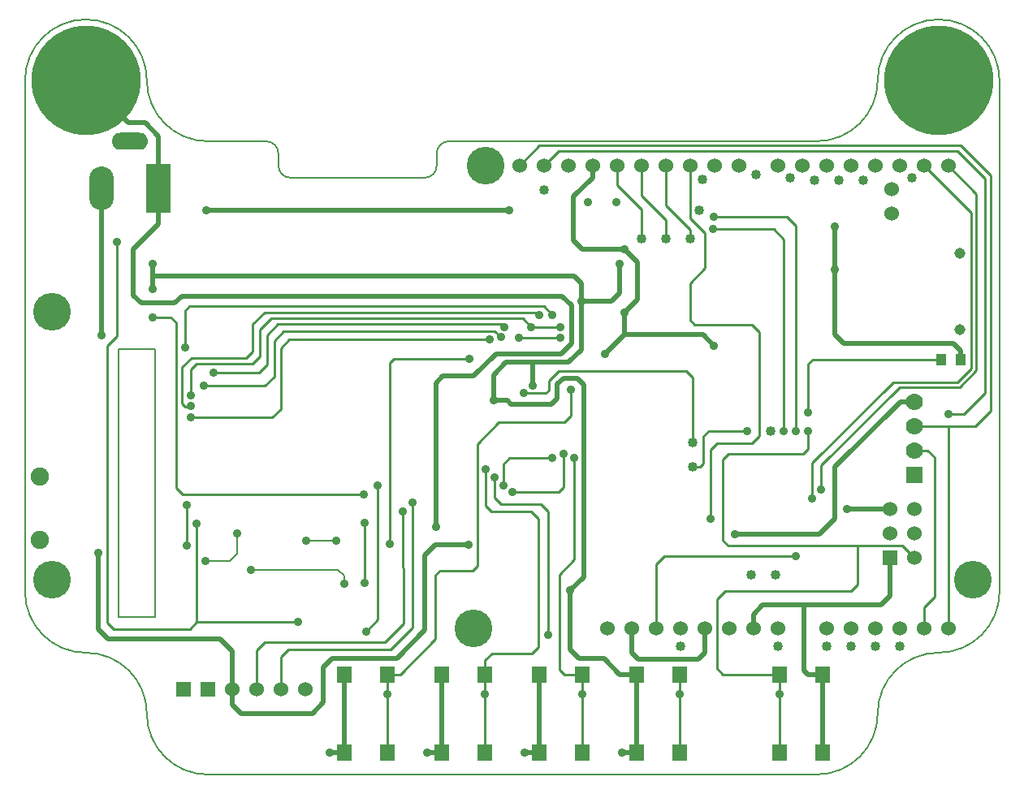
<source format=gtl>
G04 (created by PCBNEW (2013-03-15 BZR 4003)-stable) date 15-Jul-13 6:19:58 PM*
%MOIN*%
G04 Gerber Fmt 3.4, Leading zero omitted, Abs format*
%FSLAX34Y34*%
G01*
G70*
G90*
G04 APERTURE LIST*
%ADD10C,0*%
%ADD11C,0.005*%
%ADD12C,0.04*%
%ADD13R,0.06X0.06*%
%ADD14C,0.06*%
%ADD15C,0.45*%
%ADD16C,0.07*%
%ADD17R,0.07X0.07*%
%ADD18C,0.075*%
%ADD19C,0.155*%
%ADD20O,0.1X0.18*%
%ADD21R,0.1X0.2*%
%ADD22O,0.15X0.07*%
%ADD23C,0.045*%
%ADD24R,0.04X0.05*%
%ADD25R,0.06X0.07*%
%ADD26C,0.0354331*%
%ADD27C,0.035*%
%ADD28C,0.01*%
%ADD29C,0.02*%
%ADD30C,0.008*%
G04 APERTURE END LIST*
G54D10*
G54D11*
X19900Y-19000D02*
X17500Y-19000D01*
X20400Y-19500D02*
G75*
G03X19900Y-19000I-500J0D01*
G74*
G01*
X27400Y-19000D02*
G75*
G03X26900Y-19500I0J-500D01*
G74*
G01*
X26400Y-20500D02*
G75*
G03X26900Y-20000I0J500D01*
G74*
G01*
X20400Y-20000D02*
G75*
G03X20900Y-20500I500J0D01*
G74*
G01*
X26900Y-19500D02*
X26900Y-20000D01*
X20400Y-19500D02*
X20400Y-20000D01*
X20900Y-20500D02*
X26400Y-20500D01*
X27400Y-19000D02*
X42500Y-19000D01*
X47500Y-40000D02*
G75*
G03X50000Y-37500I0J2500D01*
G74*
G01*
X42500Y-45000D02*
G75*
G03X45000Y-42500I0J2500D01*
G74*
G01*
X47500Y-40000D02*
G75*
G03X45000Y-42500I0J-2500D01*
G74*
G01*
X15000Y-42500D02*
G75*
G03X17500Y-45000I2500J0D01*
G74*
G01*
X10000Y-37500D02*
G75*
G03X12500Y-40000I2500J0D01*
G74*
G01*
X15000Y-42500D02*
G75*
G03X12500Y-40000I-2500J0D01*
G74*
G01*
X42500Y-19000D02*
G75*
G03X45000Y-16500I0J2500D01*
G74*
G01*
X50000Y-16500D02*
G75*
G03X47500Y-14000I-2500J0D01*
G74*
G01*
X47500Y-14000D02*
G75*
G03X45000Y-16500I0J-2500D01*
G74*
G01*
X15000Y-16500D02*
G75*
G03X17500Y-19000I2500J0D01*
G74*
G01*
X15000Y-16500D02*
G75*
G03X12500Y-14000I-2500J0D01*
G74*
G01*
X12500Y-14000D02*
G75*
G03X10000Y-16500I0J-2500D01*
G74*
G01*
X13850Y-38550D02*
X15350Y-38550D01*
X13850Y-27550D02*
X13850Y-38550D01*
X15350Y-27550D02*
X13850Y-27550D01*
X15350Y-38550D02*
X15350Y-27550D01*
X42500Y-45000D02*
X17500Y-45000D01*
X10000Y-37500D02*
X10000Y-16500D01*
X50000Y-16500D02*
X50000Y-37500D01*
G54D12*
X40610Y-30900D03*
X37400Y-32375D03*
G54D13*
X16500Y-41500D03*
X17500Y-41500D03*
G54D14*
X18500Y-41500D03*
X19500Y-41500D03*
X20500Y-41500D03*
X21500Y-41500D03*
G54D15*
X12500Y-16500D03*
G54D16*
X46500Y-29700D03*
X46500Y-30700D03*
X46500Y-31700D03*
G54D17*
X46500Y-32700D03*
G54D12*
X37400Y-31375D03*
X39800Y-36800D03*
X40800Y-36800D03*
G54D15*
X47500Y-16500D03*
G54D18*
X10600Y-35375D03*
X10600Y-32775D03*
G54D14*
X45575Y-20975D03*
X45575Y-21975D03*
G54D12*
X37675Y-21850D03*
G54D19*
X11100Y-26000D03*
X11100Y-37000D03*
G54D20*
X13125Y-20925D03*
G54D21*
X15487Y-20925D03*
G54D22*
X14306Y-18995D03*
G54D23*
X48363Y-23597D03*
X48363Y-26747D03*
G54D24*
X47615Y-27970D03*
X48415Y-27970D03*
G54D25*
X24890Y-44110D03*
X24890Y-40890D03*
X23110Y-40890D03*
X23110Y-44110D03*
X32890Y-44110D03*
X32890Y-40890D03*
X31110Y-40890D03*
X31110Y-44110D03*
X36890Y-44110D03*
X36890Y-40890D03*
X35110Y-40890D03*
X35110Y-44110D03*
X28890Y-44110D03*
X28890Y-40890D03*
X27110Y-40890D03*
X27110Y-44110D03*
X42740Y-44110D03*
X42740Y-40890D03*
X40960Y-40890D03*
X40960Y-44110D03*
G54D26*
X34290Y-21510D03*
X33109Y-21510D03*
G54D12*
X42900Y-39750D03*
X43900Y-39750D03*
X44900Y-39750D03*
X46400Y-20500D03*
X44400Y-20600D03*
X43400Y-20600D03*
X42400Y-20600D03*
X41400Y-20500D03*
X40000Y-20380D03*
X37800Y-20570D03*
X37300Y-23000D03*
X36300Y-23000D03*
X35300Y-23000D03*
X40900Y-39750D03*
X36900Y-39750D03*
X45900Y-39750D03*
X31300Y-21000D03*
G54D14*
X47900Y-39000D03*
X46900Y-39000D03*
X45900Y-39000D03*
X42900Y-39000D03*
X43900Y-39000D03*
X44900Y-39000D03*
X40900Y-39000D03*
X39900Y-39000D03*
X38900Y-39000D03*
X36900Y-39000D03*
X35900Y-39000D03*
X47900Y-20000D03*
X46900Y-20000D03*
X45900Y-20000D03*
X44900Y-20000D03*
X43900Y-20000D03*
X42900Y-20000D03*
X41900Y-20000D03*
X40900Y-20000D03*
X39300Y-20000D03*
X38300Y-20000D03*
X37300Y-20000D03*
X36300Y-20000D03*
X35300Y-20000D03*
X34300Y-20000D03*
X33300Y-20000D03*
X32300Y-20000D03*
X37900Y-39000D03*
G54D19*
X48900Y-37000D03*
X28900Y-20000D03*
X28400Y-39000D03*
G54D14*
X34900Y-39000D03*
X31300Y-20000D03*
X30300Y-20000D03*
X33900Y-39000D03*
G54D13*
X45500Y-36100D03*
G54D14*
X46500Y-36100D03*
X45500Y-35100D03*
X46500Y-35100D03*
X45500Y-34100D03*
X46500Y-34100D03*
G54D27*
X17740Y-28500D03*
X29675Y-26625D03*
X16800Y-30350D03*
X29075Y-27150D03*
X34400Y-24050D03*
X34500Y-44110D03*
X30500Y-44110D03*
X26500Y-44110D03*
X22500Y-44110D03*
X30825Y-29025D03*
X15250Y-25075D03*
X15250Y-24050D03*
X32375Y-37450D03*
X32825Y-25575D03*
X29225Y-29650D03*
X43750Y-34100D03*
X39650Y-30900D03*
X29875Y-21825D03*
X17425Y-21825D03*
X24000Y-39125D03*
X31625Y-32000D03*
X24475Y-33150D03*
X29625Y-33125D03*
X17350Y-29025D03*
X29525Y-27050D03*
X23925Y-34675D03*
X23925Y-37150D03*
X32550Y-32000D03*
X32890Y-41710D03*
X32400Y-29200D03*
X24890Y-41700D03*
X32100Y-31850D03*
X15225Y-26225D03*
X30000Y-33400D03*
X23900Y-33500D03*
X24975Y-35525D03*
X28225Y-27950D03*
X41650Y-36050D03*
X40960Y-41700D03*
X42150Y-30900D03*
X42310Y-33660D03*
X25520Y-34200D03*
X41650Y-30900D03*
X38275Y-22100D03*
X47900Y-30200D03*
X41150Y-30900D03*
X38250Y-22600D03*
X31975Y-27075D03*
X30275Y-27075D03*
X31475Y-39275D03*
X29275Y-32800D03*
X36890Y-41710D03*
X31650Y-26125D03*
X16560Y-27460D03*
X16800Y-29875D03*
X31100Y-26120D03*
X16800Y-29425D03*
X30780Y-26620D03*
X31975Y-26625D03*
X38150Y-34500D03*
X30475Y-29350D03*
X42690Y-33310D03*
X25900Y-33850D03*
X28890Y-41700D03*
X28900Y-32475D03*
X13000Y-35900D03*
X28200Y-35575D03*
X39150Y-35150D03*
X17050Y-34700D03*
X13775Y-23150D03*
X21200Y-38750D03*
X18700Y-35100D03*
X17400Y-36250D03*
X22775Y-35400D03*
X21550Y-35400D03*
X19275Y-36600D03*
X23100Y-37175D03*
X26875Y-34850D03*
X34600Y-23425D03*
X38275Y-27400D03*
X34600Y-26050D03*
X33800Y-27750D03*
X43225Y-24275D03*
X43225Y-22500D03*
X13125Y-26975D03*
X42150Y-30150D03*
X16625Y-35600D03*
X16625Y-33925D03*
G54D28*
X19935Y-26965D02*
X19935Y-28180D01*
X19615Y-28500D02*
X17740Y-28500D01*
X19935Y-28180D02*
X19615Y-28500D01*
X20387Y-26512D02*
X29562Y-26512D01*
X29562Y-26512D02*
X29675Y-26625D01*
X20387Y-26512D02*
X19935Y-26965D01*
X20510Y-27490D02*
X20510Y-29990D01*
X20150Y-30350D02*
X16800Y-30350D01*
X20510Y-29990D02*
X20150Y-30350D01*
X29075Y-27150D02*
X20850Y-27150D01*
X20850Y-27150D02*
X20510Y-27490D01*
G54D29*
X34400Y-24050D02*
X34400Y-25250D01*
X34075Y-25575D02*
X32825Y-25575D01*
X34400Y-25250D02*
X34075Y-25575D01*
X32375Y-37450D02*
X32375Y-39875D01*
X32750Y-40250D02*
X33780Y-40250D01*
X32375Y-39875D02*
X32750Y-40250D01*
X32825Y-25575D02*
X32825Y-24825D01*
X32825Y-24825D02*
X32550Y-24550D01*
X35110Y-44110D02*
X34500Y-44110D01*
X31110Y-44110D02*
X30500Y-44110D01*
X27110Y-44110D02*
X26500Y-44110D01*
X22500Y-44110D02*
X23110Y-44110D01*
X35110Y-40890D02*
X34420Y-40890D01*
X34420Y-40890D02*
X33780Y-40250D01*
X35110Y-40890D02*
X35110Y-44110D01*
X31110Y-40890D02*
X31110Y-44110D01*
X27110Y-40890D02*
X27110Y-44110D01*
X23110Y-40890D02*
X23110Y-44110D01*
X32940Y-28990D02*
X32940Y-36885D01*
X32940Y-36885D02*
X32375Y-37450D01*
X32675Y-28725D02*
X32095Y-28725D01*
X32940Y-28990D02*
X32675Y-28725D01*
X29225Y-29650D02*
X29800Y-29650D01*
X29950Y-29800D02*
X29800Y-29650D01*
X32095Y-28725D02*
X31850Y-28970D01*
X31850Y-28970D02*
X31850Y-29570D01*
X31850Y-29570D02*
X31620Y-29800D01*
X31620Y-29800D02*
X29950Y-29800D01*
X30825Y-28075D02*
X30825Y-29025D01*
X32315Y-28075D02*
X30825Y-28075D01*
X30825Y-28075D02*
X29735Y-28075D01*
X29225Y-28585D02*
X29225Y-29650D01*
X29735Y-28075D02*
X29225Y-28585D01*
X32550Y-24550D02*
X15250Y-24550D01*
X15250Y-25075D02*
X15250Y-24550D01*
X15250Y-24550D02*
X15250Y-24050D01*
X32825Y-27565D02*
X32825Y-25575D01*
X32315Y-28075D02*
X32825Y-27565D01*
X45500Y-34100D02*
X43750Y-34100D01*
G54D28*
X39650Y-30900D02*
X38065Y-30900D01*
X37855Y-32235D02*
X37715Y-32375D01*
X37855Y-31110D02*
X37855Y-32235D01*
X38065Y-30900D02*
X37855Y-31110D01*
X37400Y-32375D02*
X37715Y-32375D01*
G54D29*
X17425Y-21825D02*
X29875Y-21825D01*
G54D28*
X29625Y-33125D02*
X29625Y-32255D01*
X29880Y-32000D02*
X31625Y-32000D01*
X29625Y-32255D02*
X29880Y-32000D01*
X24475Y-38650D02*
X24475Y-33150D01*
X24000Y-39125D02*
X24475Y-38650D01*
X20225Y-27195D02*
X20225Y-28655D01*
X19855Y-29025D02*
X17350Y-29025D01*
X20225Y-28655D02*
X19855Y-29025D01*
X20225Y-27195D02*
X20620Y-26800D01*
X29275Y-26800D02*
X29525Y-27050D01*
X20620Y-26800D02*
X29275Y-26800D01*
X23925Y-37150D02*
X23925Y-34675D01*
X32890Y-40890D02*
X32130Y-40890D01*
X32130Y-40890D02*
X31925Y-40685D01*
X31925Y-36800D02*
X31925Y-40685D01*
X32550Y-32000D02*
X32550Y-36175D01*
X32550Y-36175D02*
X31925Y-36800D01*
X32890Y-40890D02*
X32890Y-41710D01*
X32890Y-41710D02*
X32890Y-44110D01*
X28560Y-31420D02*
X28560Y-36430D01*
X26850Y-36810D02*
X26850Y-39450D01*
X27030Y-36630D02*
X26850Y-36810D01*
X28360Y-36630D02*
X27030Y-36630D01*
X28560Y-36430D02*
X28360Y-36630D01*
X32400Y-29200D02*
X32400Y-30280D01*
X25410Y-40890D02*
X24890Y-40890D01*
X26850Y-39450D02*
X25410Y-40890D01*
X29430Y-30550D02*
X28560Y-31420D01*
X32130Y-30550D02*
X29430Y-30550D01*
X32400Y-30280D02*
X32130Y-30550D01*
X24890Y-40890D02*
X24890Y-41700D01*
X24890Y-41700D02*
X24890Y-44110D01*
X31900Y-33400D02*
X30000Y-33400D01*
X32100Y-33200D02*
X31900Y-33400D01*
X32100Y-31850D02*
X32100Y-33200D01*
X15975Y-26225D02*
X15225Y-26225D01*
X16200Y-26450D02*
X16200Y-33225D01*
X15975Y-26225D02*
X16200Y-26450D01*
X23900Y-33500D02*
X16475Y-33500D01*
X16475Y-33500D02*
X16200Y-33225D01*
X37300Y-23000D02*
X37300Y-22640D01*
X37300Y-22640D02*
X36300Y-21640D01*
X36300Y-21640D02*
X36300Y-20000D01*
X36300Y-23000D02*
X36300Y-22230D01*
X36300Y-22230D02*
X35300Y-21230D01*
X35300Y-21230D02*
X35300Y-20000D01*
X35300Y-23000D02*
X35300Y-21790D01*
X35300Y-21790D02*
X34300Y-20790D01*
X34300Y-20790D02*
X34300Y-20000D01*
X24975Y-35525D02*
X24975Y-28100D01*
X25125Y-27950D02*
X28225Y-27950D01*
X24975Y-28100D02*
X25125Y-27950D01*
X36225Y-36050D02*
X35900Y-36375D01*
X35900Y-39000D02*
X35900Y-36375D01*
X41650Y-36050D02*
X36225Y-36050D01*
X46000Y-35600D02*
X46500Y-36100D01*
X40960Y-40890D02*
X38640Y-40890D01*
X38400Y-40650D02*
X38400Y-37800D01*
X38640Y-40890D02*
X38400Y-40650D01*
X40960Y-40890D02*
X40960Y-41700D01*
X40960Y-41700D02*
X40960Y-44110D01*
X38400Y-37800D02*
X38740Y-37460D01*
X38740Y-37460D02*
X43910Y-37460D01*
X42150Y-30900D02*
X42150Y-31620D01*
X43910Y-37460D02*
X44160Y-37210D01*
X42150Y-31620D02*
X41935Y-31835D01*
X44160Y-35600D02*
X44160Y-37210D01*
X44160Y-35600D02*
X38860Y-35600D01*
X38860Y-35600D02*
X38650Y-35390D01*
X38650Y-35390D02*
X38650Y-32055D01*
X38650Y-32055D02*
X38870Y-31835D01*
X41935Y-31835D02*
X38870Y-31835D01*
X46000Y-35600D02*
X44160Y-35600D01*
X45635Y-28890D02*
X48290Y-28890D01*
X48840Y-21940D02*
X46900Y-20000D01*
X48840Y-28340D02*
X48840Y-21940D01*
X48290Y-28890D02*
X48840Y-28340D01*
X42310Y-32215D02*
X42310Y-33660D01*
X45635Y-28890D02*
X42310Y-32215D01*
X24760Y-39580D02*
X19830Y-39580D01*
X24760Y-39580D02*
X25524Y-38815D01*
X25520Y-34200D02*
X25524Y-38815D01*
X19830Y-39580D02*
X19500Y-39910D01*
X19500Y-39910D02*
X19500Y-41500D01*
X47900Y-39000D02*
X47900Y-30700D01*
X46500Y-30700D02*
X47900Y-30700D01*
X47900Y-30700D02*
X49015Y-30700D01*
X49015Y-30700D02*
X49640Y-30075D01*
X49640Y-30075D02*
X49640Y-20410D01*
X49640Y-20410D02*
X48410Y-19180D01*
X48410Y-19180D02*
X31120Y-19180D01*
X31120Y-19180D02*
X30300Y-20000D01*
X41650Y-30900D02*
X41650Y-22480D01*
X41270Y-22100D02*
X38275Y-22100D01*
X41650Y-22480D02*
X41270Y-22100D01*
X46900Y-39000D02*
X46900Y-38130D01*
X47050Y-31700D02*
X46500Y-31700D01*
X47330Y-31980D02*
X47050Y-31700D01*
X47330Y-37700D02*
X47330Y-31980D01*
X46900Y-38130D02*
X47330Y-37700D01*
X47900Y-30200D02*
X48555Y-30200D01*
X48555Y-30200D02*
X49405Y-29350D01*
X49405Y-29350D02*
X49405Y-20530D01*
X49405Y-20530D02*
X48270Y-19395D01*
X48270Y-19395D02*
X31905Y-19395D01*
X31905Y-19395D02*
X31300Y-20000D01*
X41150Y-30900D02*
X41150Y-23020D01*
X40730Y-22600D02*
X38250Y-22600D01*
X41150Y-23020D02*
X40730Y-22600D01*
X31975Y-27075D02*
X30275Y-27075D01*
X31475Y-39275D02*
X31475Y-34195D01*
X31475Y-34195D02*
X31180Y-33900D01*
X31180Y-33900D02*
X29550Y-33900D01*
X29275Y-33625D02*
X29550Y-33900D01*
X29275Y-32800D02*
X29275Y-33625D01*
X36890Y-40890D02*
X36890Y-41710D01*
X36890Y-41710D02*
X36890Y-44110D01*
X31300Y-25775D02*
X31650Y-26125D01*
X16750Y-25775D02*
X31300Y-25775D01*
X16750Y-25775D02*
X16560Y-25965D01*
X16560Y-25965D02*
X16560Y-27460D01*
X16800Y-29875D02*
X16775Y-29900D01*
X16775Y-29900D02*
X16575Y-29900D01*
X16575Y-29900D02*
X16450Y-29775D01*
X19350Y-26505D02*
X19830Y-26025D01*
X19350Y-27625D02*
X19087Y-27887D01*
X19350Y-26505D02*
X19350Y-27625D01*
X16450Y-28275D02*
X16837Y-27887D01*
X16837Y-27887D02*
X19087Y-27887D01*
X16450Y-29775D02*
X16450Y-28275D01*
X31005Y-26025D02*
X31100Y-26120D01*
X19830Y-26025D02*
X31005Y-26025D01*
X20105Y-26275D02*
X30435Y-26275D01*
X30435Y-26275D02*
X30780Y-26620D01*
X16800Y-28370D02*
X17035Y-28135D01*
X17035Y-28135D02*
X19340Y-28135D01*
X19340Y-28135D02*
X19650Y-27825D01*
X19650Y-27825D02*
X19650Y-26730D01*
X16800Y-29425D02*
X16800Y-28370D01*
X30785Y-26625D02*
X30780Y-26620D01*
X31975Y-26625D02*
X30785Y-26625D01*
X19650Y-26730D02*
X20105Y-26275D01*
X37300Y-26350D02*
X37300Y-24820D01*
X37920Y-22775D02*
X37300Y-22155D01*
X37920Y-24200D02*
X37920Y-22775D01*
X37300Y-24820D02*
X37920Y-24200D01*
X38150Y-31655D02*
X38405Y-31400D01*
X37475Y-26525D02*
X37300Y-26350D01*
X37300Y-22155D02*
X37300Y-20000D01*
X37475Y-26525D02*
X39850Y-26525D01*
X40150Y-26825D02*
X39850Y-26525D01*
X40150Y-26825D02*
X40150Y-31105D01*
X38150Y-34500D02*
X38150Y-31655D01*
X39855Y-31400D02*
X40150Y-31105D01*
X38405Y-31400D02*
X39855Y-31400D01*
X31900Y-28450D02*
X37145Y-28450D01*
X37400Y-28705D02*
X37400Y-31375D01*
X37145Y-28450D02*
X37400Y-28705D01*
X30475Y-29350D02*
X31375Y-29350D01*
X31375Y-29350D02*
X31500Y-29225D01*
X31500Y-28850D02*
X31900Y-28450D01*
X31500Y-29225D02*
X31500Y-28850D01*
X45900Y-29100D02*
X48370Y-29100D01*
X49055Y-21155D02*
X47900Y-20000D01*
X49055Y-28415D02*
X49055Y-21155D01*
X48370Y-29100D02*
X49055Y-28415D01*
X42690Y-33310D02*
X42690Y-32310D01*
X42690Y-32310D02*
X45900Y-29100D01*
X25900Y-33850D02*
X25900Y-38980D01*
X25900Y-38980D02*
X25020Y-39860D01*
X20800Y-39860D02*
X20500Y-40160D01*
X20500Y-40160D02*
X20500Y-41500D01*
X25020Y-39860D02*
X20800Y-39860D01*
X28890Y-40890D02*
X28890Y-40310D01*
X29165Y-40035D02*
X30820Y-40035D01*
X28890Y-40310D02*
X29165Y-40035D01*
X28890Y-40890D02*
X28890Y-41700D01*
X28890Y-41700D02*
X28890Y-44110D01*
X28900Y-32475D02*
X28900Y-33960D01*
X30820Y-40035D02*
X31075Y-39780D01*
X31075Y-39780D02*
X31075Y-34500D01*
X31075Y-34500D02*
X30775Y-34200D01*
X30775Y-34200D02*
X29140Y-34200D01*
X29140Y-34200D02*
X28900Y-33960D01*
G54D29*
X37900Y-39000D02*
X37900Y-40000D01*
X34900Y-40000D02*
X34900Y-39000D01*
X35175Y-40275D02*
X34900Y-40000D01*
X37625Y-40275D02*
X35175Y-40275D01*
X37900Y-40000D02*
X37625Y-40275D01*
X25260Y-40230D02*
X22620Y-40230D01*
X22250Y-42050D02*
X21800Y-42500D01*
X22250Y-40600D02*
X22250Y-42050D01*
X22620Y-40230D02*
X22250Y-40600D01*
X25260Y-40230D02*
X26410Y-39080D01*
X43250Y-34500D02*
X43250Y-32375D01*
X43250Y-32375D02*
X45925Y-29700D01*
X39150Y-35150D02*
X42600Y-35150D01*
X42600Y-35150D02*
X43250Y-34500D01*
X13400Y-39450D02*
X18000Y-39450D01*
X13000Y-39050D02*
X13400Y-39450D01*
X13000Y-35900D02*
X13000Y-39050D01*
X26410Y-35990D02*
X26410Y-39080D01*
X26825Y-35575D02*
X26410Y-35990D01*
X28200Y-35575D02*
X26825Y-35575D01*
X45925Y-29700D02*
X46500Y-29700D01*
X21800Y-42500D02*
X18875Y-42500D01*
X18500Y-41500D02*
X18500Y-42125D01*
X18875Y-42500D02*
X18500Y-42125D01*
X18000Y-39450D02*
X18500Y-39950D01*
X18500Y-39950D02*
X18500Y-41500D01*
G54D28*
X13375Y-38775D02*
X13625Y-39025D01*
X13775Y-23150D02*
X13775Y-27000D01*
X13375Y-27400D02*
X13375Y-38775D01*
X13775Y-27000D02*
X13375Y-27400D01*
X16775Y-39025D02*
X13625Y-39025D01*
X16775Y-39025D02*
X17050Y-38750D01*
X17050Y-34700D02*
X17050Y-38750D01*
X21200Y-38750D02*
X17050Y-38750D01*
G54D30*
X17400Y-36250D02*
X18400Y-36250D01*
X18400Y-36250D02*
X18700Y-35950D01*
X18700Y-35950D02*
X18700Y-35100D01*
X21550Y-35400D02*
X22775Y-35400D01*
X22850Y-36600D02*
X19275Y-36600D01*
X23100Y-37175D02*
X23100Y-36850D01*
X23100Y-36850D02*
X22850Y-36600D01*
G54D29*
X14450Y-25325D02*
X14450Y-23425D01*
X15487Y-22387D02*
X15487Y-20925D01*
X14450Y-23425D02*
X15487Y-22387D01*
X32045Y-25370D02*
X16430Y-25370D01*
X32045Y-25370D02*
X32425Y-25750D01*
X32425Y-27300D02*
X32425Y-25750D01*
X32000Y-27725D02*
X32425Y-27300D01*
X29335Y-27725D02*
X32000Y-27725D01*
X28410Y-28650D02*
X29335Y-27725D01*
X26875Y-28925D02*
X27150Y-28650D01*
X27150Y-28650D02*
X28410Y-28650D01*
X26875Y-34850D02*
X26875Y-28925D01*
X16430Y-25370D02*
X16150Y-25650D01*
X16150Y-25650D02*
X14775Y-25650D01*
X14775Y-25650D02*
X14450Y-25325D01*
X15487Y-20925D02*
X15487Y-18812D01*
X15487Y-18812D02*
X14925Y-18250D01*
X14250Y-18250D02*
X12500Y-16500D01*
X14925Y-18250D02*
X14250Y-18250D01*
X45500Y-37675D02*
X45500Y-36100D01*
X45125Y-38050D02*
X45500Y-37675D01*
X41975Y-38050D02*
X41975Y-40725D01*
X41975Y-40725D02*
X42140Y-40890D01*
X41975Y-38050D02*
X40270Y-38050D01*
X40270Y-38050D02*
X39900Y-38420D01*
X41975Y-38050D02*
X45125Y-38050D01*
X35150Y-25500D02*
X35150Y-23975D01*
X35150Y-23975D02*
X34600Y-23425D01*
X35150Y-25500D02*
X34600Y-26050D01*
X34600Y-23425D02*
X32875Y-23425D01*
X33300Y-20490D02*
X33300Y-20000D01*
X32510Y-21280D02*
X33300Y-20490D01*
X32510Y-23060D02*
X32510Y-21280D01*
X32875Y-23425D02*
X32510Y-23060D01*
X42140Y-40890D02*
X42740Y-40890D01*
X34600Y-26950D02*
X37825Y-26950D01*
X37825Y-26950D02*
X38275Y-27400D01*
X34600Y-26050D02*
X34600Y-26950D01*
X34600Y-26950D02*
X33800Y-27750D01*
X42740Y-40890D02*
X42740Y-44110D01*
X39900Y-38420D02*
X39900Y-39000D01*
X48415Y-27970D02*
X48415Y-27610D01*
X48415Y-27610D02*
X48105Y-27300D01*
X43225Y-26925D02*
X43225Y-24275D01*
X43600Y-27300D02*
X43225Y-26925D01*
X48105Y-27300D02*
X43600Y-27300D01*
X43225Y-24275D02*
X43225Y-22500D01*
X13125Y-20925D02*
X13125Y-26975D01*
G54D28*
X47615Y-27970D02*
X42330Y-27970D01*
X42330Y-27970D02*
X42150Y-28150D01*
X42150Y-30150D02*
X42150Y-28150D01*
X16625Y-33925D02*
X16625Y-35600D01*
M02*

</source>
